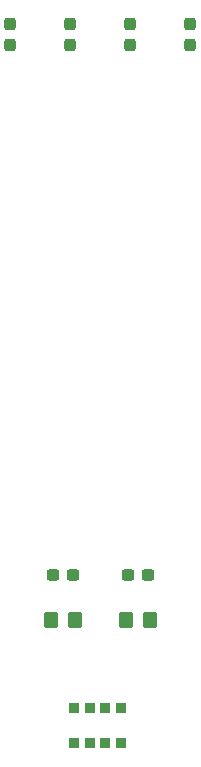
<source format=gbr>
%TF.GenerationSoftware,KiCad,Pcbnew,7.0.5-0*%
%TF.CreationDate,2023-11-18T10:12:58+00:00*%
%TF.ProjectId,Meadow Feather OLED,4d656164-6f77-4204-9665-617468657220,rev?*%
%TF.SameCoordinates,Original*%
%TF.FileFunction,Paste,Top*%
%TF.FilePolarity,Positive*%
%FSLAX46Y46*%
G04 Gerber Fmt 4.6, Leading zero omitted, Abs format (unit mm)*
G04 Created by KiCad (PCBNEW 7.0.5-0) date 2023-11-18 10:12:58*
%MOMM*%
%LPD*%
G01*
G04 APERTURE LIST*
G04 Aperture macros list*
%AMRoundRect*
0 Rectangle with rounded corners*
0 $1 Rounding radius*
0 $2 $3 $4 $5 $6 $7 $8 $9 X,Y pos of 4 corners*
0 Add a 4 corners polygon primitive as box body*
4,1,4,$2,$3,$4,$5,$6,$7,$8,$9,$2,$3,0*
0 Add four circle primitives for the rounded corners*
1,1,$1+$1,$2,$3*
1,1,$1+$1,$4,$5*
1,1,$1+$1,$6,$7*
1,1,$1+$1,$8,$9*
0 Add four rect primitives between the rounded corners*
20,1,$1+$1,$2,$3,$4,$5,0*
20,1,$1+$1,$4,$5,$6,$7,0*
20,1,$1+$1,$6,$7,$8,$9,0*
20,1,$1+$1,$8,$9,$2,$3,0*%
G04 Aperture macros list end*
%ADD10RoundRect,0.250000X0.350000X0.450000X-0.350000X0.450000X-0.350000X-0.450000X0.350000X-0.450000X0*%
%ADD11RoundRect,0.237500X-0.237500X0.287500X-0.237500X-0.287500X0.237500X-0.287500X0.237500X0.287500X0*%
%ADD12R,0.900000X0.900000*%
%ADD13RoundRect,0.237500X-0.300000X-0.237500X0.300000X-0.237500X0.300000X0.237500X-0.300000X0.237500X0*%
G04 APERTURE END LIST*
D10*
%TO.C,R6*%
X82915000Y-98425000D03*
X80915000Y-98425000D03*
%TD*%
D11*
%TO.C,D1*%
X71120000Y-48020000D03*
X71120000Y-49770000D03*
%TD*%
D12*
%TO.C,RN1*%
X76510000Y-108910000D03*
X77850000Y-108910000D03*
X79170000Y-108910000D03*
X80510000Y-108910000D03*
X80510000Y-105910000D03*
X79170000Y-105910000D03*
X77850000Y-105910000D03*
X76510000Y-105910000D03*
%TD*%
D13*
%TO.C,C1*%
X81052500Y-94615000D03*
X82777500Y-94615000D03*
%TD*%
D11*
%TO.C,D4*%
X86360000Y-48020000D03*
X86360000Y-49770000D03*
%TD*%
D13*
%TO.C,C5*%
X74702500Y-94615000D03*
X76427500Y-94615000D03*
%TD*%
D11*
%TO.C,D3*%
X81280000Y-48020000D03*
X81280000Y-49770000D03*
%TD*%
D10*
%TO.C,R9*%
X76565000Y-98425000D03*
X74565000Y-98425000D03*
%TD*%
D11*
%TO.C,D2*%
X76200000Y-48020000D03*
X76200000Y-49770000D03*
%TD*%
M02*

</source>
